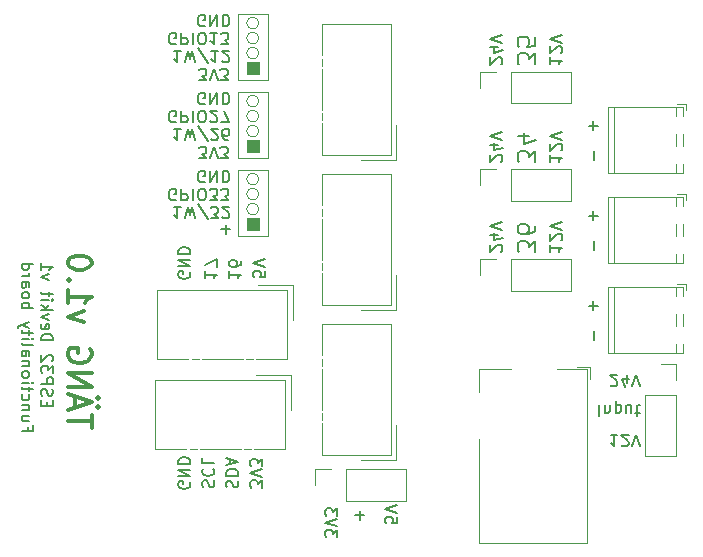
<source format=gbr>
%TF.GenerationSoftware,KiCad,Pcbnew,5.1.10-88a1d61d58~88~ubuntu20.04.1*%
%TF.CreationDate,2021-05-09T16:45:47+02:00*%
%TF.ProjectId,Control_board,436f6e74-726f-46c5-9f62-6f6172642e6b,rev?*%
%TF.SameCoordinates,Original*%
%TF.FileFunction,Legend,Bot*%
%TF.FilePolarity,Positive*%
%FSLAX46Y46*%
G04 Gerber Fmt 4.6, Leading zero omitted, Abs format (unit mm)*
G04 Created by KiCad (PCBNEW 5.1.10-88a1d61d58~88~ubuntu20.04.1) date 2021-05-09 16:45:47*
%MOMM*%
%LPD*%
G01*
G04 APERTURE LIST*
%ADD10C,0.150000*%
%ADD11C,0.120000*%
%ADD12C,0.100000*%
%ADD13C,0.300000*%
G04 APERTURE END LIST*
D10*
X157614428Y-83455595D02*
X157614428Y-83122261D01*
X157090619Y-82979404D02*
X157090619Y-83455595D01*
X158090619Y-83455595D01*
X158090619Y-82979404D01*
X157138238Y-82598452D02*
X157090619Y-82455595D01*
X157090619Y-82217500D01*
X157138238Y-82122261D01*
X157185857Y-82074642D01*
X157281095Y-82027023D01*
X157376333Y-82027023D01*
X157471571Y-82074642D01*
X157519190Y-82122261D01*
X157566809Y-82217500D01*
X157614428Y-82407976D01*
X157662047Y-82503214D01*
X157709666Y-82550833D01*
X157804904Y-82598452D01*
X157900142Y-82598452D01*
X157995380Y-82550833D01*
X158043000Y-82503214D01*
X158090619Y-82407976D01*
X158090619Y-82169880D01*
X158043000Y-82027023D01*
X157090619Y-81598452D02*
X158090619Y-81598452D01*
X158090619Y-81217500D01*
X158043000Y-81122261D01*
X157995380Y-81074642D01*
X157900142Y-81027023D01*
X157757285Y-81027023D01*
X157662047Y-81074642D01*
X157614428Y-81122261D01*
X157566809Y-81217500D01*
X157566809Y-81598452D01*
X158090619Y-80693690D02*
X158090619Y-80074642D01*
X157709666Y-80407976D01*
X157709666Y-80265119D01*
X157662047Y-80169880D01*
X157614428Y-80122261D01*
X157519190Y-80074642D01*
X157281095Y-80074642D01*
X157185857Y-80122261D01*
X157138238Y-80169880D01*
X157090619Y-80265119D01*
X157090619Y-80550833D01*
X157138238Y-80646071D01*
X157185857Y-80693690D01*
X157995380Y-79693690D02*
X158043000Y-79646071D01*
X158090619Y-79550833D01*
X158090619Y-79312738D01*
X158043000Y-79217500D01*
X157995380Y-79169880D01*
X157900142Y-79122261D01*
X157804904Y-79122261D01*
X157662047Y-79169880D01*
X157090619Y-79741309D01*
X157090619Y-79122261D01*
X157090619Y-77931785D02*
X158090619Y-77931785D01*
X158090619Y-77693690D01*
X158043000Y-77550833D01*
X157947761Y-77455595D01*
X157852523Y-77407976D01*
X157662047Y-77360357D01*
X157519190Y-77360357D01*
X157328714Y-77407976D01*
X157233476Y-77455595D01*
X157138238Y-77550833D01*
X157090619Y-77693690D01*
X157090619Y-77931785D01*
X157138238Y-76550833D02*
X157090619Y-76646071D01*
X157090619Y-76836547D01*
X157138238Y-76931785D01*
X157233476Y-76979404D01*
X157614428Y-76979404D01*
X157709666Y-76931785D01*
X157757285Y-76836547D01*
X157757285Y-76646071D01*
X157709666Y-76550833D01*
X157614428Y-76503214D01*
X157519190Y-76503214D01*
X157423952Y-76979404D01*
X157757285Y-76169880D02*
X157090619Y-75931785D01*
X157757285Y-75693690D01*
X157090619Y-75312738D02*
X158090619Y-75312738D01*
X157471571Y-75217500D02*
X157090619Y-74931785D01*
X157757285Y-74931785D02*
X157376333Y-75312738D01*
X157090619Y-74503214D02*
X157757285Y-74503214D01*
X158090619Y-74503214D02*
X158043000Y-74550833D01*
X157995380Y-74503214D01*
X158043000Y-74455595D01*
X158090619Y-74503214D01*
X157995380Y-74503214D01*
X157757285Y-74169880D02*
X157757285Y-73788928D01*
X158090619Y-74027023D02*
X157233476Y-74027023D01*
X157138238Y-73979404D01*
X157090619Y-73884166D01*
X157090619Y-73788928D01*
X157757285Y-72788928D02*
X157090619Y-72550833D01*
X157757285Y-72312738D01*
X157090619Y-71407976D02*
X157090619Y-71979404D01*
X157090619Y-71693690D02*
X158090619Y-71693690D01*
X157947761Y-71788928D01*
X157852523Y-71884166D01*
X157804904Y-71979404D01*
X155964428Y-85265119D02*
X155964428Y-85598452D01*
X155440619Y-85598452D02*
X156440619Y-85598452D01*
X156440619Y-85122261D01*
X156107285Y-84312738D02*
X155440619Y-84312738D01*
X156107285Y-84741309D02*
X155583476Y-84741309D01*
X155488238Y-84693690D01*
X155440619Y-84598452D01*
X155440619Y-84455595D01*
X155488238Y-84360357D01*
X155535857Y-84312738D01*
X156107285Y-83836547D02*
X155440619Y-83836547D01*
X156012047Y-83836547D02*
X156059666Y-83788928D01*
X156107285Y-83693690D01*
X156107285Y-83550833D01*
X156059666Y-83455595D01*
X155964428Y-83407976D01*
X155440619Y-83407976D01*
X155488238Y-82503214D02*
X155440619Y-82598452D01*
X155440619Y-82788928D01*
X155488238Y-82884166D01*
X155535857Y-82931785D01*
X155631095Y-82979404D01*
X155916809Y-82979404D01*
X156012047Y-82931785D01*
X156059666Y-82884166D01*
X156107285Y-82788928D01*
X156107285Y-82598452D01*
X156059666Y-82503214D01*
X156107285Y-82217500D02*
X156107285Y-81836547D01*
X156440619Y-82074642D02*
X155583476Y-82074642D01*
X155488238Y-82027023D01*
X155440619Y-81931785D01*
X155440619Y-81836547D01*
X155440619Y-81503214D02*
X156107285Y-81503214D01*
X156440619Y-81503214D02*
X156393000Y-81550833D01*
X156345380Y-81503214D01*
X156393000Y-81455595D01*
X156440619Y-81503214D01*
X156345380Y-81503214D01*
X155440619Y-80884166D02*
X155488238Y-80979404D01*
X155535857Y-81027023D01*
X155631095Y-81074642D01*
X155916809Y-81074642D01*
X156012047Y-81027023D01*
X156059666Y-80979404D01*
X156107285Y-80884166D01*
X156107285Y-80741309D01*
X156059666Y-80646071D01*
X156012047Y-80598452D01*
X155916809Y-80550833D01*
X155631095Y-80550833D01*
X155535857Y-80598452D01*
X155488238Y-80646071D01*
X155440619Y-80741309D01*
X155440619Y-80884166D01*
X156107285Y-80122261D02*
X155440619Y-80122261D01*
X156012047Y-80122261D02*
X156059666Y-80074642D01*
X156107285Y-79979404D01*
X156107285Y-79836547D01*
X156059666Y-79741309D01*
X155964428Y-79693690D01*
X155440619Y-79693690D01*
X155440619Y-78788928D02*
X155964428Y-78788928D01*
X156059666Y-78836547D01*
X156107285Y-78931785D01*
X156107285Y-79122261D01*
X156059666Y-79217500D01*
X155488238Y-78788928D02*
X155440619Y-78884166D01*
X155440619Y-79122261D01*
X155488238Y-79217500D01*
X155583476Y-79265119D01*
X155678714Y-79265119D01*
X155773952Y-79217500D01*
X155821571Y-79122261D01*
X155821571Y-78884166D01*
X155869190Y-78788928D01*
X155440619Y-78169880D02*
X155488238Y-78265119D01*
X155583476Y-78312738D01*
X156440619Y-78312738D01*
X155440619Y-77788928D02*
X156107285Y-77788928D01*
X156440619Y-77788928D02*
X156393000Y-77836547D01*
X156345380Y-77788928D01*
X156393000Y-77741309D01*
X156440619Y-77788928D01*
X156345380Y-77788928D01*
X156107285Y-77455595D02*
X156107285Y-77074642D01*
X156440619Y-77312738D02*
X155583476Y-77312738D01*
X155488238Y-77265119D01*
X155440619Y-77169880D01*
X155440619Y-77074642D01*
X156107285Y-76836547D02*
X155440619Y-76598452D01*
X156107285Y-76360357D02*
X155440619Y-76598452D01*
X155202523Y-76693690D01*
X155154904Y-76741309D01*
X155107285Y-76836547D01*
X155440619Y-75217500D02*
X156440619Y-75217500D01*
X156059666Y-75217500D02*
X156107285Y-75122261D01*
X156107285Y-74931785D01*
X156059666Y-74836547D01*
X156012047Y-74788928D01*
X155916809Y-74741309D01*
X155631095Y-74741309D01*
X155535857Y-74788928D01*
X155488238Y-74836547D01*
X155440619Y-74931785D01*
X155440619Y-75122261D01*
X155488238Y-75217500D01*
X155440619Y-74169880D02*
X155488238Y-74265119D01*
X155535857Y-74312738D01*
X155631095Y-74360357D01*
X155916809Y-74360357D01*
X156012047Y-74312738D01*
X156059666Y-74265119D01*
X156107285Y-74169880D01*
X156107285Y-74027023D01*
X156059666Y-73931785D01*
X156012047Y-73884166D01*
X155916809Y-73836547D01*
X155631095Y-73836547D01*
X155535857Y-73884166D01*
X155488238Y-73931785D01*
X155440619Y-74027023D01*
X155440619Y-74169880D01*
X155440619Y-72979404D02*
X155964428Y-72979404D01*
X156059666Y-73027023D01*
X156107285Y-73122261D01*
X156107285Y-73312738D01*
X156059666Y-73407976D01*
X155488238Y-72979404D02*
X155440619Y-73074642D01*
X155440619Y-73312738D01*
X155488238Y-73407976D01*
X155583476Y-73455595D01*
X155678714Y-73455595D01*
X155773952Y-73407976D01*
X155821571Y-73312738D01*
X155821571Y-73074642D01*
X155869190Y-72979404D01*
X155440619Y-72503214D02*
X156107285Y-72503214D01*
X155916809Y-72503214D02*
X156012047Y-72455595D01*
X156059666Y-72407976D01*
X156107285Y-72312738D01*
X156107285Y-72217500D01*
X155440619Y-71455595D02*
X156440619Y-71455595D01*
X155488238Y-71455595D02*
X155440619Y-71550833D01*
X155440619Y-71741309D01*
X155488238Y-71836547D01*
X155535857Y-71884166D01*
X155631095Y-71931785D01*
X155916809Y-71931785D01*
X156012047Y-71884166D01*
X156059666Y-71836547D01*
X156107285Y-71741309D01*
X156107285Y-71550833D01*
X156059666Y-71455595D01*
X198941428Y-70429285D02*
X198941428Y-69500714D01*
X198370000Y-70000714D01*
X198370000Y-69786428D01*
X198298571Y-69643571D01*
X198227142Y-69572142D01*
X198084285Y-69500714D01*
X197727142Y-69500714D01*
X197584285Y-69572142D01*
X197512857Y-69643571D01*
X197441428Y-69786428D01*
X197441428Y-70215000D01*
X197512857Y-70357857D01*
X197584285Y-70429285D01*
X198941428Y-68215000D02*
X198941428Y-68500714D01*
X198870000Y-68643571D01*
X198798571Y-68715000D01*
X198584285Y-68857857D01*
X198298571Y-68929285D01*
X197727142Y-68929285D01*
X197584285Y-68857857D01*
X197512857Y-68786428D01*
X197441428Y-68643571D01*
X197441428Y-68357857D01*
X197512857Y-68215000D01*
X197584285Y-68143571D01*
X197727142Y-68072142D01*
X198084285Y-68072142D01*
X198227142Y-68143571D01*
X198298571Y-68215000D01*
X198370000Y-68357857D01*
X198370000Y-68643571D01*
X198298571Y-68786428D01*
X198227142Y-68857857D01*
X198084285Y-68929285D01*
X198941428Y-62809285D02*
X198941428Y-61880714D01*
X198370000Y-62380714D01*
X198370000Y-62166428D01*
X198298571Y-62023571D01*
X198227142Y-61952142D01*
X198084285Y-61880714D01*
X197727142Y-61880714D01*
X197584285Y-61952142D01*
X197512857Y-62023571D01*
X197441428Y-62166428D01*
X197441428Y-62595000D01*
X197512857Y-62737857D01*
X197584285Y-62809285D01*
X198441428Y-60595000D02*
X197441428Y-60595000D01*
X199012857Y-60952142D02*
X197941428Y-61309285D01*
X197941428Y-60380714D01*
X198941428Y-54554285D02*
X198941428Y-53625714D01*
X198370000Y-54125714D01*
X198370000Y-53911428D01*
X198298571Y-53768571D01*
X198227142Y-53697142D01*
X198084285Y-53625714D01*
X197727142Y-53625714D01*
X197584285Y-53697142D01*
X197512857Y-53768571D01*
X197441428Y-53911428D01*
X197441428Y-54340000D01*
X197512857Y-54482857D01*
X197584285Y-54554285D01*
X198941428Y-52268571D02*
X198941428Y-52982857D01*
X198227142Y-53054285D01*
X198298571Y-52982857D01*
X198370000Y-52840000D01*
X198370000Y-52482857D01*
X198298571Y-52340000D01*
X198227142Y-52268571D01*
X198084285Y-52197142D01*
X197727142Y-52197142D01*
X197584285Y-52268571D01*
X197512857Y-52340000D01*
X197441428Y-52482857D01*
X197441428Y-52840000D01*
X197512857Y-52982857D01*
X197584285Y-53054285D01*
X204215952Y-67381428D02*
X203454047Y-67381428D01*
X203835000Y-67762380D02*
X203835000Y-67000476D01*
X204215952Y-75001428D02*
X203454047Y-75001428D01*
X203835000Y-75382380D02*
X203835000Y-74620476D01*
X204215952Y-59761428D02*
X203454047Y-59761428D01*
X203835000Y-60142380D02*
X203835000Y-59380476D01*
X203906428Y-77089047D02*
X203906428Y-77850952D01*
X203906428Y-69469047D02*
X203906428Y-70230952D01*
X203906428Y-61849047D02*
X203906428Y-62610952D01*
X200207619Y-69834047D02*
X200207619Y-70405476D01*
X200207619Y-70119761D02*
X201207619Y-70119761D01*
X201064761Y-70215000D01*
X200969523Y-70310238D01*
X200921904Y-70405476D01*
X201112380Y-69453095D02*
X201160000Y-69405476D01*
X201207619Y-69310238D01*
X201207619Y-69072142D01*
X201160000Y-68976904D01*
X201112380Y-68929285D01*
X201017142Y-68881666D01*
X200921904Y-68881666D01*
X200779047Y-68929285D01*
X200207619Y-69500714D01*
X200207619Y-68881666D01*
X201207619Y-68595952D02*
X200207619Y-68262619D01*
X201207619Y-67929285D01*
X196032380Y-70405476D02*
X196080000Y-70357857D01*
X196127619Y-70262619D01*
X196127619Y-70024523D01*
X196080000Y-69929285D01*
X196032380Y-69881666D01*
X195937142Y-69834047D01*
X195841904Y-69834047D01*
X195699047Y-69881666D01*
X195127619Y-70453095D01*
X195127619Y-69834047D01*
X195794285Y-68976904D02*
X195127619Y-68976904D01*
X196175238Y-69215000D02*
X195460952Y-69453095D01*
X195460952Y-68834047D01*
X196127619Y-68595952D02*
X195127619Y-68262619D01*
X196127619Y-67929285D01*
X200207619Y-62214047D02*
X200207619Y-62785476D01*
X200207619Y-62499761D02*
X201207619Y-62499761D01*
X201064761Y-62595000D01*
X200969523Y-62690238D01*
X200921904Y-62785476D01*
X201112380Y-61833095D02*
X201160000Y-61785476D01*
X201207619Y-61690238D01*
X201207619Y-61452142D01*
X201160000Y-61356904D01*
X201112380Y-61309285D01*
X201017142Y-61261666D01*
X200921904Y-61261666D01*
X200779047Y-61309285D01*
X200207619Y-61880714D01*
X200207619Y-61261666D01*
X201207619Y-60975952D02*
X200207619Y-60642619D01*
X201207619Y-60309285D01*
X196032380Y-62785476D02*
X196080000Y-62737857D01*
X196127619Y-62642619D01*
X196127619Y-62404523D01*
X196080000Y-62309285D01*
X196032380Y-62261666D01*
X195937142Y-62214047D01*
X195841904Y-62214047D01*
X195699047Y-62261666D01*
X195127619Y-62833095D01*
X195127619Y-62214047D01*
X195794285Y-61356904D02*
X195127619Y-61356904D01*
X196175238Y-61595000D02*
X195460952Y-61833095D01*
X195460952Y-61214047D01*
X196127619Y-60975952D02*
X195127619Y-60642619D01*
X196127619Y-60309285D01*
X196032380Y-54530476D02*
X196080000Y-54482857D01*
X196127619Y-54387619D01*
X196127619Y-54149523D01*
X196080000Y-54054285D01*
X196032380Y-54006666D01*
X195937142Y-53959047D01*
X195841904Y-53959047D01*
X195699047Y-54006666D01*
X195127619Y-54578095D01*
X195127619Y-53959047D01*
X195794285Y-53101904D02*
X195127619Y-53101904D01*
X196175238Y-53340000D02*
X195460952Y-53578095D01*
X195460952Y-52959047D01*
X196127619Y-52720952D02*
X195127619Y-52387619D01*
X196127619Y-52054285D01*
X200207619Y-53959047D02*
X200207619Y-54530476D01*
X200207619Y-54244761D02*
X201207619Y-54244761D01*
X201064761Y-54340000D01*
X200969523Y-54435238D01*
X200921904Y-54530476D01*
X201112380Y-53578095D02*
X201160000Y-53530476D01*
X201207619Y-53435238D01*
X201207619Y-53197142D01*
X201160000Y-53101904D01*
X201112380Y-53054285D01*
X201017142Y-53006666D01*
X200921904Y-53006666D01*
X200779047Y-53054285D01*
X200207619Y-53625714D01*
X200207619Y-53006666D01*
X201207619Y-52720952D02*
X200207619Y-52387619D01*
X201207619Y-52054285D01*
X184078571Y-93090952D02*
X184078571Y-92329047D01*
X183697619Y-92710000D02*
X184459523Y-92710000D01*
X204351142Y-83367619D02*
X204351142Y-84367619D01*
X204827333Y-84034285D02*
X204827333Y-83367619D01*
X204827333Y-83939047D02*
X204874952Y-83986666D01*
X204970190Y-84034285D01*
X205113047Y-84034285D01*
X205208285Y-83986666D01*
X205255904Y-83891428D01*
X205255904Y-83367619D01*
X205732095Y-84034285D02*
X205732095Y-83034285D01*
X205732095Y-83986666D02*
X205827333Y-84034285D01*
X206017809Y-84034285D01*
X206113047Y-83986666D01*
X206160666Y-83939047D01*
X206208285Y-83843809D01*
X206208285Y-83558095D01*
X206160666Y-83462857D01*
X206113047Y-83415238D01*
X206017809Y-83367619D01*
X205827333Y-83367619D01*
X205732095Y-83415238D01*
X207065428Y-84034285D02*
X207065428Y-83367619D01*
X206636857Y-84034285D02*
X206636857Y-83510476D01*
X206684476Y-83415238D01*
X206779714Y-83367619D01*
X206922571Y-83367619D01*
X207017809Y-83415238D01*
X207065428Y-83462857D01*
X207398761Y-84034285D02*
X207779714Y-84034285D01*
X207541619Y-84367619D02*
X207541619Y-83510476D01*
X207589238Y-83415238D01*
X207684476Y-83367619D01*
X207779714Y-83367619D01*
X205882952Y-85907619D02*
X205311523Y-85907619D01*
X205597238Y-85907619D02*
X205597238Y-86907619D01*
X205502000Y-86764761D01*
X205406761Y-86669523D01*
X205311523Y-86621904D01*
X206263904Y-86812380D02*
X206311523Y-86860000D01*
X206406761Y-86907619D01*
X206644857Y-86907619D01*
X206740095Y-86860000D01*
X206787714Y-86812380D01*
X206835333Y-86717142D01*
X206835333Y-86621904D01*
X206787714Y-86479047D01*
X206216285Y-85907619D01*
X206835333Y-85907619D01*
X207121047Y-86907619D02*
X207454380Y-85907619D01*
X207787714Y-86907619D01*
X205311523Y-81732380D02*
X205359142Y-81780000D01*
X205454380Y-81827619D01*
X205692476Y-81827619D01*
X205787714Y-81780000D01*
X205835333Y-81732380D01*
X205882952Y-81637142D01*
X205882952Y-81541904D01*
X205835333Y-81399047D01*
X205263904Y-80827619D01*
X205882952Y-80827619D01*
X206740095Y-81494285D02*
X206740095Y-80827619D01*
X206502000Y-81875238D02*
X206263904Y-81160952D01*
X206882952Y-81160952D01*
X207121047Y-81827619D02*
X207454380Y-80827619D01*
X207787714Y-81827619D01*
D11*
X176276000Y-63500000D02*
X173736000Y-63500000D01*
X175514000Y-65532000D02*
G75*
G03*
X175514000Y-65532000I-508000J0D01*
G01*
X176276000Y-69088000D02*
X176276000Y-63500000D01*
X173736000Y-63500000D02*
X173736000Y-69088000D01*
X175514000Y-66802000D02*
G75*
G03*
X175514000Y-66802000I-508000J0D01*
G01*
D12*
G36*
X175514000Y-68580000D02*
G01*
X174498000Y-68580000D01*
X174498000Y-67564000D01*
X175514000Y-67564000D01*
X175514000Y-68580000D01*
G37*
X175514000Y-68580000D02*
X174498000Y-68580000D01*
X174498000Y-67564000D01*
X175514000Y-67564000D01*
X175514000Y-68580000D01*
D11*
X173736000Y-69088000D02*
X176276000Y-69088000D01*
X175514000Y-64262000D02*
G75*
G03*
X175514000Y-64262000I-508000J0D01*
G01*
X176276000Y-56896000D02*
X173736000Y-56896000D01*
X175514000Y-58928000D02*
G75*
G03*
X175514000Y-58928000I-508000J0D01*
G01*
X176276000Y-62484000D02*
X176276000Y-56896000D01*
X173736000Y-56896000D02*
X173736000Y-62484000D01*
X175514000Y-60198000D02*
G75*
G03*
X175514000Y-60198000I-508000J0D01*
G01*
D12*
G36*
X175514000Y-61976000D02*
G01*
X174498000Y-61976000D01*
X174498000Y-60960000D01*
X175514000Y-60960000D01*
X175514000Y-61976000D01*
G37*
X175514000Y-61976000D02*
X174498000Y-61976000D01*
X174498000Y-60960000D01*
X175514000Y-60960000D01*
X175514000Y-61976000D01*
D11*
X173736000Y-62484000D02*
X176276000Y-62484000D01*
X175514000Y-57658000D02*
G75*
G03*
X175514000Y-57658000I-508000J0D01*
G01*
X175514000Y-53594000D02*
G75*
G03*
X175514000Y-53594000I-508000J0D01*
G01*
X175514000Y-52324000D02*
G75*
G03*
X175514000Y-52324000I-508000J0D01*
G01*
X175514000Y-51054000D02*
G75*
G03*
X175514000Y-51054000I-508000J0D01*
G01*
D12*
G36*
X175514000Y-55372000D02*
G01*
X174498000Y-55372000D01*
X174498000Y-54356000D01*
X175514000Y-54356000D01*
X175514000Y-55372000D01*
G37*
X175514000Y-55372000D02*
X174498000Y-55372000D01*
X174498000Y-54356000D01*
X175514000Y-54356000D01*
X175514000Y-55372000D01*
D11*
X176276000Y-50292000D02*
X173736000Y-50292000D01*
X176276000Y-55880000D02*
X176276000Y-50292000D01*
X173736000Y-55880000D02*
X176276000Y-55880000D01*
X173736000Y-50292000D02*
X173736000Y-55880000D01*
D10*
X172339047Y-68508571D02*
X173100952Y-68508571D01*
X172720000Y-68127619D02*
X172720000Y-68889523D01*
X168926095Y-66603619D02*
X168354666Y-66603619D01*
X168640380Y-66603619D02*
X168640380Y-67603619D01*
X168545142Y-67460761D01*
X168449904Y-67365523D01*
X168354666Y-67317904D01*
X169259428Y-67603619D02*
X169497523Y-66603619D01*
X169688000Y-67317904D01*
X169878476Y-66603619D01*
X170116571Y-67603619D01*
X171211809Y-67651238D02*
X170354666Y-66365523D01*
X171449904Y-67603619D02*
X172068952Y-67603619D01*
X171735619Y-67222666D01*
X171878476Y-67222666D01*
X171973714Y-67175047D01*
X172021333Y-67127428D01*
X172068952Y-67032190D01*
X172068952Y-66794095D01*
X172021333Y-66698857D01*
X171973714Y-66651238D01*
X171878476Y-66603619D01*
X171592761Y-66603619D01*
X171497523Y-66651238D01*
X171449904Y-66698857D01*
X172449904Y-67508380D02*
X172497523Y-67556000D01*
X172592761Y-67603619D01*
X172830857Y-67603619D01*
X172926095Y-67556000D01*
X172973714Y-67508380D01*
X173021333Y-67413142D01*
X173021333Y-67317904D01*
X172973714Y-67175047D01*
X172402285Y-66603619D01*
X173021333Y-66603619D01*
X168481619Y-66032000D02*
X168386380Y-66079619D01*
X168243523Y-66079619D01*
X168100666Y-66032000D01*
X168005428Y-65936761D01*
X167957809Y-65841523D01*
X167910190Y-65651047D01*
X167910190Y-65508190D01*
X167957809Y-65317714D01*
X168005428Y-65222476D01*
X168100666Y-65127238D01*
X168243523Y-65079619D01*
X168338761Y-65079619D01*
X168481619Y-65127238D01*
X168529238Y-65174857D01*
X168529238Y-65508190D01*
X168338761Y-65508190D01*
X168957809Y-65079619D02*
X168957809Y-66079619D01*
X169338761Y-66079619D01*
X169434000Y-66032000D01*
X169481619Y-65984380D01*
X169529238Y-65889142D01*
X169529238Y-65746285D01*
X169481619Y-65651047D01*
X169434000Y-65603428D01*
X169338761Y-65555809D01*
X168957809Y-65555809D01*
X169957809Y-65079619D02*
X169957809Y-66079619D01*
X170624476Y-66079619D02*
X170814952Y-66079619D01*
X170910190Y-66032000D01*
X171005428Y-65936761D01*
X171053047Y-65746285D01*
X171053047Y-65412952D01*
X171005428Y-65222476D01*
X170910190Y-65127238D01*
X170814952Y-65079619D01*
X170624476Y-65079619D01*
X170529238Y-65127238D01*
X170434000Y-65222476D01*
X170386380Y-65412952D01*
X170386380Y-65746285D01*
X170434000Y-65936761D01*
X170529238Y-66032000D01*
X170624476Y-66079619D01*
X171386380Y-66079619D02*
X172005428Y-66079619D01*
X171672095Y-65698666D01*
X171814952Y-65698666D01*
X171910190Y-65651047D01*
X171957809Y-65603428D01*
X172005428Y-65508190D01*
X172005428Y-65270095D01*
X171957809Y-65174857D01*
X171910190Y-65127238D01*
X171814952Y-65079619D01*
X171529238Y-65079619D01*
X171434000Y-65127238D01*
X171386380Y-65174857D01*
X172338761Y-66079619D02*
X172957809Y-66079619D01*
X172624476Y-65698666D01*
X172767333Y-65698666D01*
X172862571Y-65651047D01*
X172910190Y-65603428D01*
X172957809Y-65508190D01*
X172957809Y-65270095D01*
X172910190Y-65174857D01*
X172862571Y-65127238D01*
X172767333Y-65079619D01*
X172481619Y-65079619D01*
X172386380Y-65127238D01*
X172338761Y-65174857D01*
X170942095Y-64508000D02*
X170846857Y-64555619D01*
X170704000Y-64555619D01*
X170561142Y-64508000D01*
X170465904Y-64412761D01*
X170418285Y-64317523D01*
X170370666Y-64127047D01*
X170370666Y-63984190D01*
X170418285Y-63793714D01*
X170465904Y-63698476D01*
X170561142Y-63603238D01*
X170704000Y-63555619D01*
X170799238Y-63555619D01*
X170942095Y-63603238D01*
X170989714Y-63650857D01*
X170989714Y-63984190D01*
X170799238Y-63984190D01*
X171418285Y-63555619D02*
X171418285Y-64555619D01*
X171989714Y-63555619D01*
X171989714Y-64555619D01*
X172465904Y-63555619D02*
X172465904Y-64555619D01*
X172704000Y-64555619D01*
X172846857Y-64508000D01*
X172942095Y-64412761D01*
X172989714Y-64317523D01*
X173037333Y-64127047D01*
X173037333Y-63984190D01*
X172989714Y-63793714D01*
X172942095Y-63698476D01*
X172846857Y-63603238D01*
X172704000Y-63555619D01*
X172465904Y-63555619D01*
X170465904Y-62523619D02*
X171084952Y-62523619D01*
X170751619Y-62142666D01*
X170894476Y-62142666D01*
X170989714Y-62095047D01*
X171037333Y-62047428D01*
X171084952Y-61952190D01*
X171084952Y-61714095D01*
X171037333Y-61618857D01*
X170989714Y-61571238D01*
X170894476Y-61523619D01*
X170608761Y-61523619D01*
X170513523Y-61571238D01*
X170465904Y-61618857D01*
X171370666Y-62523619D02*
X171704000Y-61523619D01*
X172037333Y-62523619D01*
X172275428Y-62523619D02*
X172894476Y-62523619D01*
X172561142Y-62142666D01*
X172704000Y-62142666D01*
X172799238Y-62095047D01*
X172846857Y-62047428D01*
X172894476Y-61952190D01*
X172894476Y-61714095D01*
X172846857Y-61618857D01*
X172799238Y-61571238D01*
X172704000Y-61523619D01*
X172418285Y-61523619D01*
X172323047Y-61571238D01*
X172275428Y-61618857D01*
X168926095Y-59999619D02*
X168354666Y-59999619D01*
X168640380Y-59999619D02*
X168640380Y-60999619D01*
X168545142Y-60856761D01*
X168449904Y-60761523D01*
X168354666Y-60713904D01*
X169259428Y-60999619D02*
X169497523Y-59999619D01*
X169688000Y-60713904D01*
X169878476Y-59999619D01*
X170116571Y-60999619D01*
X171211809Y-61047238D02*
X170354666Y-59761523D01*
X171497523Y-60904380D02*
X171545142Y-60952000D01*
X171640380Y-60999619D01*
X171878476Y-60999619D01*
X171973714Y-60952000D01*
X172021333Y-60904380D01*
X172068952Y-60809142D01*
X172068952Y-60713904D01*
X172021333Y-60571047D01*
X171449904Y-59999619D01*
X172068952Y-59999619D01*
X172926095Y-60999619D02*
X172735619Y-60999619D01*
X172640380Y-60952000D01*
X172592761Y-60904380D01*
X172497523Y-60761523D01*
X172449904Y-60571047D01*
X172449904Y-60190095D01*
X172497523Y-60094857D01*
X172545142Y-60047238D01*
X172640380Y-59999619D01*
X172830857Y-59999619D01*
X172926095Y-60047238D01*
X172973714Y-60094857D01*
X173021333Y-60190095D01*
X173021333Y-60428190D01*
X172973714Y-60523428D01*
X172926095Y-60571047D01*
X172830857Y-60618666D01*
X172640380Y-60618666D01*
X172545142Y-60571047D01*
X172497523Y-60523428D01*
X172449904Y-60428190D01*
X168481619Y-59428000D02*
X168386380Y-59475619D01*
X168243523Y-59475619D01*
X168100666Y-59428000D01*
X168005428Y-59332761D01*
X167957809Y-59237523D01*
X167910190Y-59047047D01*
X167910190Y-58904190D01*
X167957809Y-58713714D01*
X168005428Y-58618476D01*
X168100666Y-58523238D01*
X168243523Y-58475619D01*
X168338761Y-58475619D01*
X168481619Y-58523238D01*
X168529238Y-58570857D01*
X168529238Y-58904190D01*
X168338761Y-58904190D01*
X168957809Y-58475619D02*
X168957809Y-59475619D01*
X169338761Y-59475619D01*
X169434000Y-59428000D01*
X169481619Y-59380380D01*
X169529238Y-59285142D01*
X169529238Y-59142285D01*
X169481619Y-59047047D01*
X169434000Y-58999428D01*
X169338761Y-58951809D01*
X168957809Y-58951809D01*
X169957809Y-58475619D02*
X169957809Y-59475619D01*
X170624476Y-59475619D02*
X170814952Y-59475619D01*
X170910190Y-59428000D01*
X171005428Y-59332761D01*
X171053047Y-59142285D01*
X171053047Y-58808952D01*
X171005428Y-58618476D01*
X170910190Y-58523238D01*
X170814952Y-58475619D01*
X170624476Y-58475619D01*
X170529238Y-58523238D01*
X170434000Y-58618476D01*
X170386380Y-58808952D01*
X170386380Y-59142285D01*
X170434000Y-59332761D01*
X170529238Y-59428000D01*
X170624476Y-59475619D01*
X171434000Y-59380380D02*
X171481619Y-59428000D01*
X171576857Y-59475619D01*
X171814952Y-59475619D01*
X171910190Y-59428000D01*
X171957809Y-59380380D01*
X172005428Y-59285142D01*
X172005428Y-59189904D01*
X171957809Y-59047047D01*
X171386380Y-58475619D01*
X172005428Y-58475619D01*
X172338761Y-59475619D02*
X173005428Y-59475619D01*
X172576857Y-58475619D01*
X170942095Y-57904000D02*
X170846857Y-57951619D01*
X170704000Y-57951619D01*
X170561142Y-57904000D01*
X170465904Y-57808761D01*
X170418285Y-57713523D01*
X170370666Y-57523047D01*
X170370666Y-57380190D01*
X170418285Y-57189714D01*
X170465904Y-57094476D01*
X170561142Y-56999238D01*
X170704000Y-56951619D01*
X170799238Y-56951619D01*
X170942095Y-56999238D01*
X170989714Y-57046857D01*
X170989714Y-57380190D01*
X170799238Y-57380190D01*
X171418285Y-56951619D02*
X171418285Y-57951619D01*
X171989714Y-56951619D01*
X171989714Y-57951619D01*
X172465904Y-56951619D02*
X172465904Y-57951619D01*
X172704000Y-57951619D01*
X172846857Y-57904000D01*
X172942095Y-57808761D01*
X172989714Y-57713523D01*
X173037333Y-57523047D01*
X173037333Y-57380190D01*
X172989714Y-57189714D01*
X172942095Y-57094476D01*
X172846857Y-56999238D01*
X172704000Y-56951619D01*
X172465904Y-56951619D01*
X170465904Y-55919619D02*
X171084952Y-55919619D01*
X170751619Y-55538666D01*
X170894476Y-55538666D01*
X170989714Y-55491047D01*
X171037333Y-55443428D01*
X171084952Y-55348190D01*
X171084952Y-55110095D01*
X171037333Y-55014857D01*
X170989714Y-54967238D01*
X170894476Y-54919619D01*
X170608761Y-54919619D01*
X170513523Y-54967238D01*
X170465904Y-55014857D01*
X171370666Y-55919619D02*
X171704000Y-54919619D01*
X172037333Y-55919619D01*
X172275428Y-55919619D02*
X172894476Y-55919619D01*
X172561142Y-55538666D01*
X172704000Y-55538666D01*
X172799238Y-55491047D01*
X172846857Y-55443428D01*
X172894476Y-55348190D01*
X172894476Y-55110095D01*
X172846857Y-55014857D01*
X172799238Y-54967238D01*
X172704000Y-54919619D01*
X172418285Y-54919619D01*
X172323047Y-54967238D01*
X172275428Y-55014857D01*
X168926095Y-53395619D02*
X168354666Y-53395619D01*
X168640380Y-53395619D02*
X168640380Y-54395619D01*
X168545142Y-54252761D01*
X168449904Y-54157523D01*
X168354666Y-54109904D01*
X169259428Y-54395619D02*
X169497523Y-53395619D01*
X169688000Y-54109904D01*
X169878476Y-53395619D01*
X170116571Y-54395619D01*
X171211809Y-54443238D02*
X170354666Y-53157523D01*
X172068952Y-53395619D02*
X171497523Y-53395619D01*
X171783238Y-53395619D02*
X171783238Y-54395619D01*
X171688000Y-54252761D01*
X171592761Y-54157523D01*
X171497523Y-54109904D01*
X172449904Y-54300380D02*
X172497523Y-54348000D01*
X172592761Y-54395619D01*
X172830857Y-54395619D01*
X172926095Y-54348000D01*
X172973714Y-54300380D01*
X173021333Y-54205142D01*
X173021333Y-54109904D01*
X172973714Y-53967047D01*
X172402285Y-53395619D01*
X173021333Y-53395619D01*
X168481619Y-52824000D02*
X168386380Y-52871619D01*
X168243523Y-52871619D01*
X168100666Y-52824000D01*
X168005428Y-52728761D01*
X167957809Y-52633523D01*
X167910190Y-52443047D01*
X167910190Y-52300190D01*
X167957809Y-52109714D01*
X168005428Y-52014476D01*
X168100666Y-51919238D01*
X168243523Y-51871619D01*
X168338761Y-51871619D01*
X168481619Y-51919238D01*
X168529238Y-51966857D01*
X168529238Y-52300190D01*
X168338761Y-52300190D01*
X168957809Y-51871619D02*
X168957809Y-52871619D01*
X169338761Y-52871619D01*
X169434000Y-52824000D01*
X169481619Y-52776380D01*
X169529238Y-52681142D01*
X169529238Y-52538285D01*
X169481619Y-52443047D01*
X169434000Y-52395428D01*
X169338761Y-52347809D01*
X168957809Y-52347809D01*
X169957809Y-51871619D02*
X169957809Y-52871619D01*
X170624476Y-52871619D02*
X170814952Y-52871619D01*
X170910190Y-52824000D01*
X171005428Y-52728761D01*
X171053047Y-52538285D01*
X171053047Y-52204952D01*
X171005428Y-52014476D01*
X170910190Y-51919238D01*
X170814952Y-51871619D01*
X170624476Y-51871619D01*
X170529238Y-51919238D01*
X170434000Y-52014476D01*
X170386380Y-52204952D01*
X170386380Y-52538285D01*
X170434000Y-52728761D01*
X170529238Y-52824000D01*
X170624476Y-52871619D01*
X172005428Y-51871619D02*
X171434000Y-51871619D01*
X171719714Y-51871619D02*
X171719714Y-52871619D01*
X171624476Y-52728761D01*
X171529238Y-52633523D01*
X171434000Y-52585904D01*
X172338761Y-52871619D02*
X172957809Y-52871619D01*
X172624476Y-52490666D01*
X172767333Y-52490666D01*
X172862571Y-52443047D01*
X172910190Y-52395428D01*
X172957809Y-52300190D01*
X172957809Y-52062095D01*
X172910190Y-51966857D01*
X172862571Y-51919238D01*
X172767333Y-51871619D01*
X172481619Y-51871619D01*
X172386380Y-51919238D01*
X172338761Y-51966857D01*
X170942095Y-51300000D02*
X170846857Y-51347619D01*
X170704000Y-51347619D01*
X170561142Y-51300000D01*
X170465904Y-51204761D01*
X170418285Y-51109523D01*
X170370666Y-50919047D01*
X170370666Y-50776190D01*
X170418285Y-50585714D01*
X170465904Y-50490476D01*
X170561142Y-50395238D01*
X170704000Y-50347619D01*
X170799238Y-50347619D01*
X170942095Y-50395238D01*
X170989714Y-50442857D01*
X170989714Y-50776190D01*
X170799238Y-50776190D01*
X171418285Y-50347619D02*
X171418285Y-51347619D01*
X171989714Y-50347619D01*
X171989714Y-51347619D01*
X172465904Y-50347619D02*
X172465904Y-51347619D01*
X172704000Y-51347619D01*
X172846857Y-51300000D01*
X172942095Y-51204761D01*
X172989714Y-51109523D01*
X173037333Y-50919047D01*
X173037333Y-50776190D01*
X172989714Y-50585714D01*
X172942095Y-50490476D01*
X172846857Y-50395238D01*
X172704000Y-50347619D01*
X172465904Y-50347619D01*
X169664000Y-89915904D02*
X169711619Y-90011142D01*
X169711619Y-90154000D01*
X169664000Y-90296857D01*
X169568761Y-90392095D01*
X169473523Y-90439714D01*
X169283047Y-90487333D01*
X169140190Y-90487333D01*
X168949714Y-90439714D01*
X168854476Y-90392095D01*
X168759238Y-90296857D01*
X168711619Y-90154000D01*
X168711619Y-90058761D01*
X168759238Y-89915904D01*
X168806857Y-89868285D01*
X169140190Y-89868285D01*
X169140190Y-90058761D01*
X168711619Y-89439714D02*
X169711619Y-89439714D01*
X168711619Y-88868285D01*
X169711619Y-88868285D01*
X168711619Y-88392095D02*
X169711619Y-88392095D01*
X169711619Y-88154000D01*
X169664000Y-88011142D01*
X169568761Y-87915904D01*
X169473523Y-87868285D01*
X169283047Y-87820666D01*
X169140190Y-87820666D01*
X168949714Y-87868285D01*
X168854476Y-87915904D01*
X168759238Y-88011142D01*
X168711619Y-88154000D01*
X168711619Y-88392095D01*
X172823238Y-90368285D02*
X172775619Y-90225428D01*
X172775619Y-89987333D01*
X172823238Y-89892095D01*
X172870857Y-89844476D01*
X172966095Y-89796857D01*
X173061333Y-89796857D01*
X173156571Y-89844476D01*
X173204190Y-89892095D01*
X173251809Y-89987333D01*
X173299428Y-90177809D01*
X173347047Y-90273047D01*
X173394666Y-90320666D01*
X173489904Y-90368285D01*
X173585142Y-90368285D01*
X173680380Y-90320666D01*
X173728000Y-90273047D01*
X173775619Y-90177809D01*
X173775619Y-89939714D01*
X173728000Y-89796857D01*
X172775619Y-89368285D02*
X173775619Y-89368285D01*
X173775619Y-89130190D01*
X173728000Y-88987333D01*
X173632761Y-88892095D01*
X173537523Y-88844476D01*
X173347047Y-88796857D01*
X173204190Y-88796857D01*
X173013714Y-88844476D01*
X172918476Y-88892095D01*
X172823238Y-88987333D01*
X172775619Y-89130190D01*
X172775619Y-89368285D01*
X173061333Y-88415904D02*
X173061333Y-87939714D01*
X172775619Y-88511142D02*
X173775619Y-88177809D01*
X172775619Y-87844476D01*
X170791238Y-90344476D02*
X170743619Y-90201619D01*
X170743619Y-89963523D01*
X170791238Y-89868285D01*
X170838857Y-89820666D01*
X170934095Y-89773047D01*
X171029333Y-89773047D01*
X171124571Y-89820666D01*
X171172190Y-89868285D01*
X171219809Y-89963523D01*
X171267428Y-90154000D01*
X171315047Y-90249238D01*
X171362666Y-90296857D01*
X171457904Y-90344476D01*
X171553142Y-90344476D01*
X171648380Y-90296857D01*
X171696000Y-90249238D01*
X171743619Y-90154000D01*
X171743619Y-89915904D01*
X171696000Y-89773047D01*
X170838857Y-88773047D02*
X170791238Y-88820666D01*
X170743619Y-88963523D01*
X170743619Y-89058761D01*
X170791238Y-89201619D01*
X170886476Y-89296857D01*
X170981714Y-89344476D01*
X171172190Y-89392095D01*
X171315047Y-89392095D01*
X171505523Y-89344476D01*
X171600761Y-89296857D01*
X171696000Y-89201619D01*
X171743619Y-89058761D01*
X171743619Y-88963523D01*
X171696000Y-88820666D01*
X171648380Y-88773047D01*
X170743619Y-87868285D02*
X170743619Y-88344476D01*
X171743619Y-88344476D01*
X175807619Y-90392095D02*
X175807619Y-89773047D01*
X175426666Y-90106380D01*
X175426666Y-89963523D01*
X175379047Y-89868285D01*
X175331428Y-89820666D01*
X175236190Y-89773047D01*
X174998095Y-89773047D01*
X174902857Y-89820666D01*
X174855238Y-89868285D01*
X174807619Y-89963523D01*
X174807619Y-90249238D01*
X174855238Y-90344476D01*
X174902857Y-90392095D01*
X175807619Y-89487333D02*
X174807619Y-89154000D01*
X175807619Y-88820666D01*
X175807619Y-88582571D02*
X175807619Y-87963523D01*
X175426666Y-88296857D01*
X175426666Y-88154000D01*
X175379047Y-88058761D01*
X175331428Y-88011142D01*
X175236190Y-87963523D01*
X174998095Y-87963523D01*
X174902857Y-88011142D01*
X174855238Y-88058761D01*
X174807619Y-88154000D01*
X174807619Y-88439714D01*
X174855238Y-88534952D01*
X174902857Y-88582571D01*
X187237619Y-92900476D02*
X187237619Y-93376666D01*
X186761428Y-93424285D01*
X186809047Y-93376666D01*
X186856666Y-93281428D01*
X186856666Y-93043333D01*
X186809047Y-92948095D01*
X186761428Y-92900476D01*
X186666190Y-92852857D01*
X186428095Y-92852857D01*
X186332857Y-92900476D01*
X186285238Y-92948095D01*
X186237619Y-93043333D01*
X186237619Y-93281428D01*
X186285238Y-93376666D01*
X186332857Y-93424285D01*
X187237619Y-92567142D02*
X186237619Y-92233809D01*
X187237619Y-91900476D01*
X182157619Y-94583095D02*
X182157619Y-93964047D01*
X181776666Y-94297380D01*
X181776666Y-94154523D01*
X181729047Y-94059285D01*
X181681428Y-94011666D01*
X181586190Y-93964047D01*
X181348095Y-93964047D01*
X181252857Y-94011666D01*
X181205238Y-94059285D01*
X181157619Y-94154523D01*
X181157619Y-94440238D01*
X181205238Y-94535476D01*
X181252857Y-94583095D01*
X182157619Y-93678333D02*
X181157619Y-93345000D01*
X182157619Y-93011666D01*
X182157619Y-92773571D02*
X182157619Y-92154523D01*
X181776666Y-92487857D01*
X181776666Y-92345000D01*
X181729047Y-92249761D01*
X181681428Y-92202142D01*
X181586190Y-92154523D01*
X181348095Y-92154523D01*
X181252857Y-92202142D01*
X181205238Y-92249761D01*
X181157619Y-92345000D01*
X181157619Y-92630714D01*
X181205238Y-92725952D01*
X181252857Y-92773571D01*
X173029619Y-72072476D02*
X173029619Y-72643904D01*
X173029619Y-72358190D02*
X174029619Y-72358190D01*
X173886761Y-72453428D01*
X173791523Y-72548666D01*
X173743904Y-72643904D01*
X174029619Y-71215333D02*
X174029619Y-71405809D01*
X173982000Y-71501047D01*
X173934380Y-71548666D01*
X173791523Y-71643904D01*
X173601047Y-71691523D01*
X173220095Y-71691523D01*
X173124857Y-71643904D01*
X173077238Y-71596285D01*
X173029619Y-71501047D01*
X173029619Y-71310571D01*
X173077238Y-71215333D01*
X173124857Y-71167714D01*
X173220095Y-71120095D01*
X173458190Y-71120095D01*
X173553428Y-71167714D01*
X173601047Y-71215333D01*
X173648666Y-71310571D01*
X173648666Y-71501047D01*
X173601047Y-71596285D01*
X173553428Y-71643904D01*
X173458190Y-71691523D01*
X170997619Y-72072476D02*
X170997619Y-72643904D01*
X170997619Y-72358190D02*
X171997619Y-72358190D01*
X171854761Y-72453428D01*
X171759523Y-72548666D01*
X171711904Y-72643904D01*
X171997619Y-71739142D02*
X171997619Y-71072476D01*
X170997619Y-71501047D01*
X169664000Y-72135904D02*
X169711619Y-72231142D01*
X169711619Y-72374000D01*
X169664000Y-72516857D01*
X169568761Y-72612095D01*
X169473523Y-72659714D01*
X169283047Y-72707333D01*
X169140190Y-72707333D01*
X168949714Y-72659714D01*
X168854476Y-72612095D01*
X168759238Y-72516857D01*
X168711619Y-72374000D01*
X168711619Y-72278761D01*
X168759238Y-72135904D01*
X168806857Y-72088285D01*
X169140190Y-72088285D01*
X169140190Y-72278761D01*
X168711619Y-71659714D02*
X169711619Y-71659714D01*
X168711619Y-71088285D01*
X169711619Y-71088285D01*
X168711619Y-70612095D02*
X169711619Y-70612095D01*
X169711619Y-70374000D01*
X169664000Y-70231142D01*
X169568761Y-70135904D01*
X169473523Y-70088285D01*
X169283047Y-70040666D01*
X169140190Y-70040666D01*
X168949714Y-70088285D01*
X168854476Y-70135904D01*
X168759238Y-70231142D01*
X168711619Y-70374000D01*
X168711619Y-70612095D01*
X176061619Y-72072476D02*
X176061619Y-72548666D01*
X175585428Y-72596285D01*
X175633047Y-72548666D01*
X175680666Y-72453428D01*
X175680666Y-72215333D01*
X175633047Y-72120095D01*
X175585428Y-72072476D01*
X175490190Y-72024857D01*
X175252095Y-72024857D01*
X175156857Y-72072476D01*
X175109238Y-72120095D01*
X175061619Y-72215333D01*
X175061619Y-72453428D01*
X175109238Y-72548666D01*
X175156857Y-72596285D01*
X176061619Y-71739142D02*
X175061619Y-71405809D01*
X176061619Y-71072476D01*
D13*
X161369238Y-85358952D02*
X161369238Y-84216095D01*
X159369238Y-84787523D02*
X161369238Y-84787523D01*
X159940666Y-83644666D02*
X159940666Y-82692285D01*
X159369238Y-83835142D02*
X161369238Y-83168476D01*
X159369238Y-82501809D01*
X162035904Y-83549428D02*
X161940666Y-83454190D01*
X161845428Y-83549428D01*
X161940666Y-83644666D01*
X162035904Y-83549428D01*
X161845428Y-83549428D01*
X162035904Y-82787523D02*
X161940666Y-82692285D01*
X161845428Y-82787523D01*
X161940666Y-82882761D01*
X162035904Y-82787523D01*
X161845428Y-82787523D01*
X159369238Y-81835142D02*
X161369238Y-81835142D01*
X159369238Y-80692285D01*
X161369238Y-80692285D01*
X161274000Y-78692285D02*
X161369238Y-78882761D01*
X161369238Y-79168476D01*
X161274000Y-79454190D01*
X161083523Y-79644666D01*
X160893047Y-79739904D01*
X160512095Y-79835142D01*
X160226380Y-79835142D01*
X159845428Y-79739904D01*
X159654952Y-79644666D01*
X159464476Y-79454190D01*
X159369238Y-79168476D01*
X159369238Y-78978000D01*
X159464476Y-78692285D01*
X159559714Y-78597047D01*
X160226380Y-78597047D01*
X160226380Y-78978000D01*
X160702571Y-76406571D02*
X159369238Y-75930380D01*
X160702571Y-75454190D01*
X159369238Y-73644666D02*
X159369238Y-74787523D01*
X159369238Y-74216095D02*
X161369238Y-74216095D01*
X161083523Y-74406571D01*
X160893047Y-74597047D01*
X160797809Y-74787523D01*
X159559714Y-72787523D02*
X159464476Y-72692285D01*
X159369238Y-72787523D01*
X159464476Y-72882761D01*
X159559714Y-72787523D01*
X159369238Y-72787523D01*
X161369238Y-71454190D02*
X161369238Y-71263714D01*
X161274000Y-71073238D01*
X161178761Y-70978000D01*
X160988285Y-70882761D01*
X160607333Y-70787523D01*
X160131142Y-70787523D01*
X159750190Y-70882761D01*
X159559714Y-70978000D01*
X159464476Y-71073238D01*
X159369238Y-71263714D01*
X159369238Y-71454190D01*
X159464476Y-71644666D01*
X159559714Y-71739904D01*
X159750190Y-71835142D01*
X160131142Y-71930380D01*
X160607333Y-71930380D01*
X160988285Y-71835142D01*
X161178761Y-71739904D01*
X161274000Y-71644666D01*
X161369238Y-71454190D01*
D11*
%TO.C,J1*%
X178450000Y-73200000D02*
X175450000Y-73200000D01*
X178450000Y-76200000D02*
X178450000Y-73200000D01*
X170450000Y-79500000D02*
X169850000Y-79500000D01*
X175050000Y-79500000D02*
X174450000Y-79500000D01*
X177950000Y-73650000D02*
X166900000Y-73650000D01*
X177950000Y-79500000D02*
X177950000Y-73650000D01*
X174200000Y-79500000D02*
X170700000Y-79500000D01*
X166900000Y-79500000D02*
X166900000Y-73650000D01*
X177950000Y-79500000D02*
X175300000Y-79500000D01*
X169550000Y-79500000D02*
X166900000Y-79500000D01*
%TO.C,J2*%
X180850000Y-53790000D02*
X180850000Y-51140000D01*
X180850000Y-62190000D02*
X180850000Y-59540000D01*
X180850000Y-51140000D02*
X186700000Y-51140000D01*
X180850000Y-58440000D02*
X180850000Y-54940000D01*
X180850000Y-62190000D02*
X186700000Y-62190000D01*
X186700000Y-62190000D02*
X186700000Y-51140000D01*
X180850000Y-59290000D02*
X180850000Y-58690000D01*
X180850000Y-54690000D02*
X180850000Y-54090000D01*
X184150000Y-62690000D02*
X187150000Y-62690000D01*
X187150000Y-62690000D02*
X187150000Y-59690000D01*
%TO.C,J3*%
X180850000Y-66490000D02*
X180850000Y-63840000D01*
X180850000Y-74890000D02*
X180850000Y-72240000D01*
X180850000Y-63840000D02*
X186700000Y-63840000D01*
X180850000Y-71140000D02*
X180850000Y-67640000D01*
X180850000Y-74890000D02*
X186700000Y-74890000D01*
X186700000Y-74890000D02*
X186700000Y-63840000D01*
X180850000Y-71990000D02*
X180850000Y-71390000D01*
X180850000Y-67390000D02*
X180850000Y-66790000D01*
X184150000Y-75390000D02*
X187150000Y-75390000D01*
X187150000Y-75390000D02*
X187150000Y-72390000D01*
%TO.C,J4*%
X187150000Y-88090000D02*
X187150000Y-85090000D01*
X184150000Y-88090000D02*
X187150000Y-88090000D01*
X180850000Y-80090000D02*
X180850000Y-79490000D01*
X180850000Y-84690000D02*
X180850000Y-84090000D01*
X186700000Y-87590000D02*
X186700000Y-76540000D01*
X180850000Y-87590000D02*
X186700000Y-87590000D01*
X180850000Y-83840000D02*
X180850000Y-80340000D01*
X180850000Y-76540000D02*
X186700000Y-76540000D01*
X180850000Y-87590000D02*
X180850000Y-84940000D01*
X180850000Y-79190000D02*
X180850000Y-76540000D01*
%TO.C,J5*%
X169360000Y-87120000D02*
X166710000Y-87120000D01*
X177760000Y-87120000D02*
X175110000Y-87120000D01*
X166710000Y-87120000D02*
X166710000Y-81270000D01*
X174010000Y-87120000D02*
X170510000Y-87120000D01*
X177760000Y-87120000D02*
X177760000Y-81270000D01*
X177760000Y-81270000D02*
X166710000Y-81270000D01*
X174860000Y-87120000D02*
X174260000Y-87120000D01*
X170260000Y-87120000D02*
X169660000Y-87120000D01*
X178260000Y-83820000D02*
X178260000Y-80820000D01*
X178260000Y-80820000D02*
X175260000Y-80820000D01*
%TO.C,J6*%
X203355000Y-80380000D02*
X200755000Y-80380000D01*
X203355000Y-95080000D02*
X203355000Y-80380000D01*
X194155000Y-80380000D02*
X194155000Y-82280000D01*
X196855000Y-80380000D02*
X194155000Y-80380000D01*
X194155000Y-95080000D02*
X203355000Y-95080000D01*
X194155000Y-86280000D02*
X194155000Y-95080000D01*
X203555000Y-81230000D02*
X203555000Y-80180000D01*
X202505000Y-80180000D02*
X203555000Y-80180000D01*
%TO.C,J7*%
X211680000Y-65510000D02*
X211680000Y-66010000D01*
X210940000Y-65510000D02*
X211680000Y-65510000D01*
X205120000Y-71410000D02*
X211440000Y-71410000D01*
X205120000Y-65750000D02*
X211440000Y-65750000D01*
X211440000Y-70640000D02*
X211440000Y-71410000D01*
X211440000Y-68100000D02*
X211440000Y-69060000D01*
X211440000Y-65750000D02*
X211440000Y-66520000D01*
X205120000Y-65750000D02*
X205120000Y-71410000D01*
X205580000Y-65750000D02*
X205580000Y-71410000D01*
X210880000Y-70640000D02*
X210880000Y-71410000D01*
X210880000Y-68100000D02*
X210880000Y-69060000D01*
X210880000Y-65750000D02*
X210880000Y-66520000D01*
%TO.C,J8*%
X210880000Y-58130000D02*
X210880000Y-58900000D01*
X210880000Y-60480000D02*
X210880000Y-61440000D01*
X210880000Y-63020000D02*
X210880000Y-63790000D01*
X205580000Y-58130000D02*
X205580000Y-63790000D01*
X205120000Y-58130000D02*
X205120000Y-63790000D01*
X211440000Y-58130000D02*
X211440000Y-58900000D01*
X211440000Y-60480000D02*
X211440000Y-61440000D01*
X211440000Y-63020000D02*
X211440000Y-63790000D01*
X205120000Y-58130000D02*
X211440000Y-58130000D01*
X205120000Y-63790000D02*
X211440000Y-63790000D01*
X210940000Y-57890000D02*
X211680000Y-57890000D01*
X211680000Y-57890000D02*
X211680000Y-58390000D01*
%TO.C,J9*%
X211680000Y-73130000D02*
X211680000Y-73630000D01*
X210940000Y-73130000D02*
X211680000Y-73130000D01*
X205120000Y-79030000D02*
X211440000Y-79030000D01*
X205120000Y-73370000D02*
X211440000Y-73370000D01*
X211440000Y-78260000D02*
X211440000Y-79030000D01*
X211440000Y-75720000D02*
X211440000Y-76680000D01*
X211440000Y-73370000D02*
X211440000Y-74140000D01*
X205120000Y-73370000D02*
X205120000Y-79030000D01*
X205580000Y-73370000D02*
X205580000Y-79030000D01*
X210880000Y-78260000D02*
X210880000Y-79030000D01*
X210880000Y-75720000D02*
X210880000Y-76680000D01*
X210880000Y-73370000D02*
X210880000Y-74140000D01*
%TO.C,JP1*%
X194250000Y-63440000D02*
X194250000Y-64770000D01*
X195580000Y-63440000D02*
X194250000Y-63440000D01*
X196850000Y-63440000D02*
X196850000Y-66100000D01*
X196850000Y-66100000D02*
X201990000Y-66100000D01*
X196850000Y-63440000D02*
X201990000Y-63440000D01*
X201990000Y-63440000D02*
X201990000Y-66100000D01*
%TO.C,JP2*%
X201990000Y-55185000D02*
X201990000Y-57845000D01*
X196850000Y-55185000D02*
X201990000Y-55185000D01*
X196850000Y-57845000D02*
X201990000Y-57845000D01*
X196850000Y-55185000D02*
X196850000Y-57845000D01*
X195580000Y-55185000D02*
X194250000Y-55185000D01*
X194250000Y-55185000D02*
X194250000Y-56515000D01*
%TO.C,JP3*%
X194250000Y-71060000D02*
X194250000Y-72390000D01*
X195580000Y-71060000D02*
X194250000Y-71060000D01*
X196850000Y-71060000D02*
X196850000Y-73720000D01*
X196850000Y-73720000D02*
X201990000Y-73720000D01*
X196850000Y-71060000D02*
X201990000Y-71060000D01*
X201990000Y-71060000D02*
X201990000Y-73720000D01*
%TO.C,JP4*%
X180280000Y-88840000D02*
X180280000Y-90170000D01*
X181610000Y-88840000D02*
X180280000Y-88840000D01*
X182880000Y-88840000D02*
X182880000Y-91500000D01*
X182880000Y-91500000D02*
X188020000Y-91500000D01*
X182880000Y-88840000D02*
X188020000Y-88840000D01*
X188020000Y-88840000D02*
X188020000Y-91500000D01*
%TO.C,JP5*%
X210880000Y-87690000D02*
X208220000Y-87690000D01*
X210880000Y-82550000D02*
X210880000Y-87690000D01*
X208220000Y-82550000D02*
X208220000Y-87690000D01*
X210880000Y-82550000D02*
X208220000Y-82550000D01*
X210880000Y-81280000D02*
X210880000Y-79950000D01*
X210880000Y-79950000D02*
X209550000Y-79950000D01*
%TD*%
M02*

</source>
